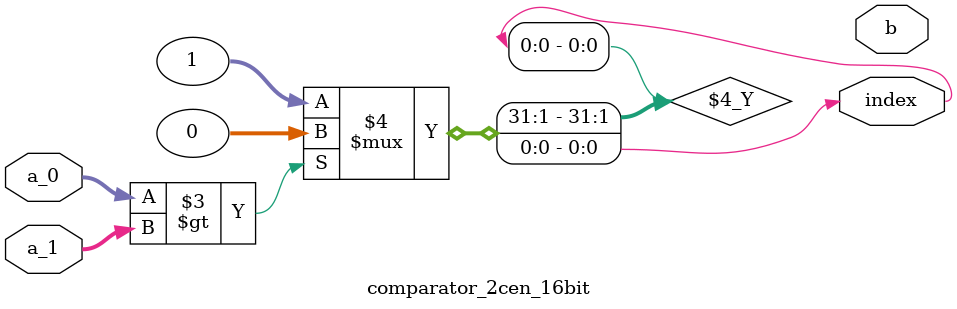
<source format=v>
`timescale 1ns / 100ps

module comparator_2cen_16bit(b, index, a_0, a_1);
  output signed [15:0] b;
  output index;
  input signed [15:0] a_0;
  input signed [15:0] a_1;
  
  assign l = (a_0 > a_1)? a_0 : a_1;
  assign index = (a_0 > a_1)? 0 : 1;
endmodule
</source>
